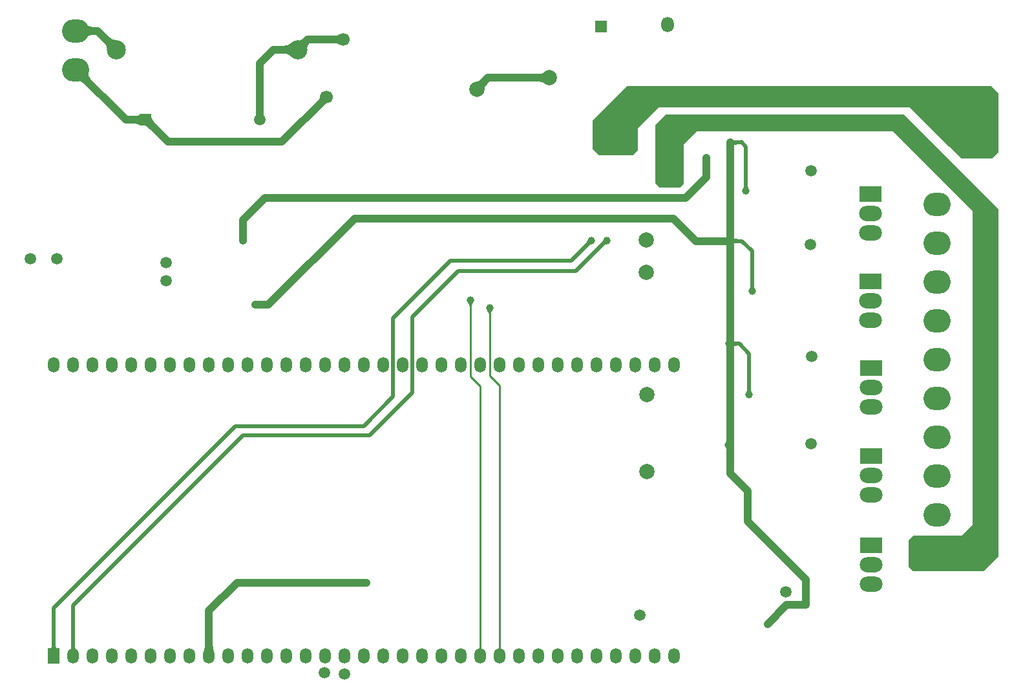
<source format=gbl>
G04 Layer_Physical_Order=2*
G04 Layer_Color=16711680*
%FSLAX44Y44*%
%MOMM*%
G71*
G01*
G75*
%ADD32C,0.5000*%
%ADD33C,1.0000*%
%ADD34C,0.2540*%
%ADD35C,1.5000*%
%ADD36C,2.0000*%
%ADD37R,1.5000X2.0000*%
%ADD38O,1.5000X2.0000*%
%ADD39C,1.7000*%
%ADD40C,2.5000*%
%ADD41O,3.5560X3.0480*%
%ADD42O,1.6510X2.0320*%
%ADD43O,3.0000X2.0000*%
%ADD44R,3.0000X2.0000*%
%ADD45R,1.5000X1.5000*%
%ADD46C,1.5000*%
%ADD47R,1.5000X1.5000*%
%ADD48C,1.0000*%
G36*
X-55490Y449792D02*
X-55410Y448825D01*
X-55340Y448395D01*
X-55250Y448001D01*
X-55140Y447643D01*
X-55010Y447321D01*
X-54860Y447035D01*
X-54690Y446785D01*
X-54500Y446571D01*
X-61500D01*
X-61310Y446785D01*
X-61140Y447035D01*
X-60990Y447321D01*
X-60860Y447643D01*
X-60750Y448001D01*
X-60660Y448395D01*
X-60590Y448825D01*
X-60540Y449290D01*
X-60500Y450330D01*
X-55500D01*
X-55490Y449792D01*
D02*
G37*
G36*
X-368924Y485993D02*
X-369303Y485559D01*
X-369637Y485127D01*
X-369927Y484698D01*
X-370173Y484270D01*
X-370373Y483845D01*
X-370529Y483421D01*
X-370641Y483000D01*
X-370708Y482581D01*
X-370730Y482164D01*
X-373270D01*
X-373292Y482581D01*
X-373359Y483000D01*
X-373471Y483421D01*
X-373627Y483845D01*
X-373828Y484270D01*
X-374073Y484698D01*
X-374363Y485127D01*
X-374697Y485559D01*
X-375076Y485993D01*
X-375500Y486429D01*
X-368500D01*
X-368924Y485993D01*
D02*
G37*
G36*
X-55285Y438801D02*
X-55516Y438624D01*
X-55722Y438407D01*
X-55905Y438150D01*
X-56062Y437853D01*
X-56196Y437516D01*
X-56306Y437139D01*
X-56391Y436721D01*
X-56451Y436264D01*
X-56488Y435767D01*
X-56500Y435230D01*
X-61500Y436429D01*
X-61506Y436974D01*
X-61603Y438386D01*
X-61661Y438782D01*
X-61815Y439462D01*
X-61912Y439746D01*
X-62021Y439992D01*
X-62143Y440201D01*
X-55285Y438801D01*
D02*
G37*
G36*
X-53421Y446586D02*
X-52932Y446358D01*
X-52331Y446157D01*
X-51619Y445983D01*
X-50795Y445835D01*
X-48812Y445621D01*
X-46382Y445513D01*
X-45000Y445500D01*
Y440500D01*
X-46382Y440487D01*
X-50795Y440165D01*
X-51619Y440017D01*
X-52331Y439843D01*
X-52932Y439642D01*
X-53421Y439414D01*
X-53798Y439160D01*
Y439948D01*
X-53965Y439860D01*
X-54215Y439690D01*
X-54429Y439500D01*
Y446500D01*
X-54215Y446310D01*
X-53965Y446140D01*
X-53798Y446052D01*
Y446841D01*
X-53421Y446586D01*
D02*
G37*
G36*
X-54375Y573417D02*
X-54588Y573218D01*
X-54780Y572982D01*
X-54949Y572707D01*
X-55095Y572396D01*
X-55219Y572047D01*
X-55320Y571660D01*
X-55399Y571236D01*
X-55455Y570774D01*
X-55489Y570274D01*
X-55500Y569737D01*
X-60500Y570320D01*
X-60508Y570860D01*
X-60576Y571834D01*
X-60634Y572267D01*
X-60710Y572665D01*
X-60802Y573027D01*
X-60911Y573353D01*
X-61037Y573643D01*
X-61180Y573898D01*
X-61340Y574117D01*
X-54375Y573417D01*
D02*
G37*
G36*
X-239050Y573000D02*
X-239336Y572983D01*
X-239633Y572927D01*
X-239941Y572831D01*
X-240261Y572695D01*
X-240591Y572519D01*
X-240934Y572304D01*
X-241287Y572050D01*
X-241652Y571756D01*
X-242415Y571049D01*
X-245951Y574585D01*
X-245578Y574972D01*
X-244950Y575713D01*
X-244695Y576066D01*
X-244481Y576409D01*
X-244305Y576739D01*
X-244170Y577059D01*
X-244073Y577367D01*
X-244017Y577664D01*
X-244000Y577950D01*
X-239050Y573000D01*
D02*
G37*
G36*
X-393924Y495993D02*
X-394303Y495559D01*
X-394637Y495127D01*
X-394927Y494698D01*
X-395173Y494270D01*
X-395373Y493845D01*
X-395529Y493421D01*
X-395641Y493000D01*
X-395708Y492581D01*
X-395730Y492164D01*
X-398270D01*
X-398292Y492581D01*
X-398359Y493000D01*
X-398471Y493421D01*
X-398627Y493845D01*
X-398828Y494270D01*
X-399073Y494698D01*
X-399363Y495127D01*
X-399697Y495559D01*
X-400076Y495993D01*
X-400500Y496429D01*
X-393500D01*
X-393924Y495993D01*
D02*
G37*
G36*
X-25490Y518792D02*
X-25410Y517825D01*
X-25340Y517395D01*
X-25250Y517001D01*
X-25140Y516643D01*
X-25010Y516321D01*
X-24860Y516035D01*
X-24690Y515785D01*
X-24500Y515571D01*
X-31500D01*
X-31310Y515785D01*
X-31140Y516035D01*
X-30990Y516321D01*
X-30860Y516643D01*
X-30750Y517001D01*
X-30660Y517395D01*
X-30590Y517825D01*
X-30540Y518290D01*
X-30500Y519330D01*
X-25500D01*
X-25490Y518792D01*
D02*
G37*
G36*
X-382917Y45867D02*
X-382879Y45371D01*
X-382817Y44934D01*
X-382728Y44555D01*
X-382615Y44235D01*
X-382476Y43972D01*
X-382312Y43768D01*
X-382123Y43623D01*
X-381908Y43535D01*
X-381669Y43506D01*
X-386731D01*
X-386492Y43535D01*
X-386277Y43623D01*
X-386088Y43768D01*
X-385924Y43972D01*
X-385785Y44235D01*
X-385672Y44555D01*
X-385583Y44934D01*
X-385520Y45371D01*
X-385483Y45867D01*
X-385470Y46421D01*
X-382930D01*
X-382917Y45867D01*
D02*
G37*
G36*
X-357517D02*
X-357480Y45371D01*
X-357416Y44934D01*
X-357328Y44555D01*
X-357215Y44235D01*
X-357076Y43972D01*
X-356912Y43768D01*
X-356723Y43623D01*
X-356508Y43535D01*
X-356269Y43506D01*
X-361331D01*
X-361091Y43535D01*
X-360877Y43623D01*
X-360688Y43768D01*
X-360524Y43972D01*
X-360385Y44235D01*
X-360272Y44555D01*
X-360183Y44934D01*
X-360120Y45371D01*
X-360083Y45867D01*
X-360070Y46421D01*
X-357530D01*
X-357517Y45867D01*
D02*
G37*
G36*
X-734781Y50300D02*
X-734316Y44354D01*
X-734104Y43139D01*
X-733562Y41038D01*
X-733233Y40151D01*
X-732866Y39372D01*
X-746734D01*
X-746367Y40151D01*
X-746038Y41038D01*
X-745748Y42034D01*
X-745496Y43139D01*
X-745109Y45677D01*
X-744974Y47109D01*
X-744800Y52059D01*
X-734800D01*
X-734781Y50300D01*
D02*
G37*
G36*
X-915075Y47310D02*
X-914877Y45226D01*
X-914703Y44380D01*
X-914480Y43664D01*
X-914207Y43078D01*
X-913885Y42622D01*
X-913512Y42296D01*
X-913091Y42101D01*
X-912619Y42036D01*
X-922581D01*
X-922109Y42101D01*
X-921688Y42296D01*
X-921316Y42622D01*
X-920993Y43078D01*
X-920720Y43664D01*
X-920497Y44380D01*
X-920323Y45226D01*
X-920199Y46203D01*
X-920125Y47310D01*
X-920100Y48547D01*
X-915100D01*
X-915075Y47310D01*
D02*
G37*
G36*
X-56490Y316792D02*
X-56410Y315825D01*
X-56340Y315395D01*
X-56250Y315001D01*
X-56140Y314643D01*
X-56010Y314321D01*
X-55860Y314035D01*
X-55690Y313785D01*
X-55500Y313571D01*
X-62500D01*
X-62310Y313785D01*
X-62140Y314035D01*
X-61990Y314321D01*
X-61860Y314643D01*
X-61750Y315001D01*
X-61660Y315395D01*
X-61590Y315825D01*
X-61540Y316290D01*
X-61500Y317330D01*
X-56500D01*
X-56490Y316792D01*
D02*
G37*
G36*
X-29490Y382792D02*
X-29410Y381824D01*
X-29340Y381395D01*
X-29250Y381001D01*
X-29140Y380643D01*
X-29010Y380321D01*
X-28860Y380035D01*
X-28690Y379785D01*
X-28500Y379571D01*
X-35500D01*
X-35310Y379785D01*
X-35140Y380035D01*
X-34990Y380321D01*
X-34860Y380643D01*
X-34750Y381001D01*
X-34660Y381395D01*
X-34590Y381824D01*
X-34540Y382290D01*
X-34500Y383330D01*
X-29500D01*
X-29490Y382792D01*
D02*
G37*
G36*
X-940475Y48014D02*
X-940400Y47159D01*
X-940275Y46404D01*
X-940100Y45750D01*
X-939875Y45197D01*
X-939600Y44744D01*
X-939275Y44392D01*
X-938900Y44140D01*
X-938475Y43989D01*
X-938000Y43939D01*
X-948000D01*
X-947525Y43989D01*
X-947100Y44140D01*
X-946725Y44392D01*
X-946400Y44744D01*
X-946125Y45197D01*
X-945900Y45750D01*
X-945725Y46404D01*
X-945600Y47159D01*
X-945525Y48014D01*
X-945500Y48969D01*
X-940500D01*
X-940475Y48014D01*
D02*
G37*
G36*
X224000Y690000D02*
X295000Y619000D01*
Y568000D01*
Y472000D01*
Y165000D01*
X275000Y145000D01*
X183000D01*
X178000Y150000D01*
X177000Y151000D01*
X177000Y186000D01*
X183000Y192000D01*
X207000Y192000D01*
X247000D01*
X260000Y205000D01*
X261000Y206000D01*
Y308000D01*
Y617000D01*
X223000Y655000D01*
X157000Y721000D01*
X-101000D01*
X-105000Y717000D01*
X-118000Y704000D01*
Y675000D01*
Y652000D01*
X-122000Y648000D01*
X-123000Y647000D01*
X-149000D01*
X-155000Y653000D01*
Y679000D01*
Y712000D01*
Y729000D01*
X-146000Y738000D01*
X-141000Y743000D01*
X171000D01*
X224000Y690000D01*
D02*
G37*
G36*
X-218757Y573058D02*
X-219048Y573079D01*
X-219350Y573058D01*
X-219663Y572992D01*
X-219987Y572883D01*
X-220322Y572730D01*
X-220667Y572534D01*
X-221022Y572294D01*
X-221389Y572010D01*
X-221766Y571682D01*
X-222154Y571311D01*
X-225102Y575434D01*
X-224724Y575823D01*
X-223808Y576900D01*
X-223575Y577230D01*
X-223379Y577545D01*
X-223219Y577845D01*
X-223095Y578131D01*
X-223008Y578401D01*
X-222957Y578658D01*
X-218757Y573058D01*
D02*
G37*
G36*
X-301141Y784000D02*
X-301569Y784380D01*
X-302069Y784720D01*
X-302642Y785020D01*
X-303285Y785280D01*
X-304001Y785500D01*
X-304789Y785680D01*
X-305649Y785820D01*
X-306581Y785920D01*
X-308660Y786000D01*
Y796000D01*
X-307585Y796020D01*
X-305649Y796180D01*
X-304789Y796320D01*
X-304001Y796500D01*
X-303285Y796720D01*
X-302642Y796980D01*
X-302069Y797280D01*
X-301569Y797620D01*
X-301141Y798000D01*
Y784000D01*
D02*
G37*
G36*
X-632177Y819250D02*
X-632939Y819962D01*
X-633754Y820600D01*
X-634623Y821162D01*
X-635546Y821650D01*
X-636522Y822063D01*
X-637552Y822400D01*
X-638635Y822663D01*
X-639772Y822850D01*
X-640962Y822962D01*
X-642206Y823000D01*
Y833000D01*
X-640962Y833037D01*
X-639772Y833150D01*
X-638635Y833337D01*
X-637552Y833600D01*
X-636522Y833938D01*
X-635546Y834350D01*
X-634623Y834837D01*
X-633754Y835400D01*
X-632939Y836038D01*
X-632177Y836750D01*
Y819250D01*
D02*
G37*
G36*
X-375098Y782831D02*
X-375845Y782056D01*
X-377100Y780574D01*
X-377609Y779867D01*
X-378039Y779183D01*
X-378390Y778521D01*
X-378661Y777882D01*
X-378853Y777265D01*
X-378966Y776671D01*
X-379001Y776100D01*
X-388900Y786000D01*
X-388329Y786033D01*
X-387735Y786147D01*
X-387118Y786339D01*
X-386479Y786610D01*
X-385817Y786961D01*
X-385133Y787391D01*
X-384426Y787900D01*
X-383696Y788488D01*
X-382169Y789902D01*
X-375098Y782831D01*
D02*
G37*
G36*
X-897310Y797691D02*
X-897728Y796910D01*
X-897883Y796007D01*
X-897774Y794983D01*
X-897403Y793837D01*
X-896770Y792569D01*
X-895873Y791179D01*
X-894714Y789667D01*
X-893292Y788033D01*
X-891607Y786278D01*
X-899544Y780073D01*
X-901349Y781808D01*
X-904646Y784541D01*
X-906137Y785539D01*
X-907523Y786292D01*
X-908805Y786799D01*
X-909982Y787061D01*
X-911055Y787078D01*
X-912022Y786849D01*
X-912886Y786374D01*
X-896630Y798350D01*
X-897310Y797691D01*
D02*
G37*
G36*
X-606614Y837564D02*
X-607525Y836626D01*
X-609029Y834892D01*
X-609623Y834097D01*
X-610111Y833350D01*
X-610494Y832651D01*
X-610771Y832001D01*
X-610943Y831398D01*
X-611009Y830843D01*
X-610970Y830337D01*
X-620913Y840280D01*
X-620407Y840240D01*
X-619852Y840307D01*
X-619249Y840479D01*
X-618599Y840756D01*
X-617900Y841139D01*
X-617153Y841627D01*
X-616358Y842221D01*
X-614624Y843725D01*
X-613685Y844635D01*
X-606614Y837564D01*
D02*
G37*
G36*
X-899893Y861434D02*
X-899504Y860587D01*
X-898856Y859840D01*
X-897950Y859193D01*
X-896784Y858645D01*
X-895359Y858197D01*
X-893675Y857848D01*
X-891732Y857599D01*
X-889530Y857450D01*
X-887068Y857400D01*
Y847400D01*
X-889530Y847350D01*
X-893675Y846952D01*
X-895359Y846603D01*
X-896784Y846155D01*
X-897950Y845607D01*
X-898856Y844960D01*
X-899504Y844213D01*
X-899893Y843366D01*
X-900022Y842420D01*
Y862380D01*
X-899893Y861434D01*
D02*
G37*
G36*
X-869713Y844087D02*
X-868791Y843324D01*
X-867855Y842653D01*
X-866903Y842073D01*
X-865936Y841583D01*
X-864954Y841185D01*
X-863957Y840877D01*
X-862945Y840660D01*
X-861918Y840534D01*
X-860875Y840499D01*
X-873249Y828125D01*
X-873284Y829168D01*
X-873410Y830195D01*
X-873627Y831207D01*
X-873935Y832204D01*
X-874333Y833186D01*
X-874823Y834153D01*
X-875403Y835105D01*
X-876074Y836041D01*
X-876837Y836963D01*
X-877690Y837869D01*
X-870619Y844940D01*
X-869713Y844087D01*
D02*
G37*
G36*
X-569910Y835150D02*
X-570137Y835331D01*
X-570444Y835492D01*
X-570833Y835635D01*
X-571302Y835758D01*
X-571852Y835863D01*
X-572482Y835948D01*
X-573987Y836062D01*
X-575814Y836100D01*
Y846100D01*
X-574860Y846109D01*
X-571852Y846338D01*
X-571302Y846442D01*
X-570833Y846565D01*
X-570444Y846708D01*
X-570137Y846870D01*
X-569910Y847050D01*
Y835150D01*
D02*
G37*
G36*
X295000Y770000D02*
Y702000D01*
Y694000D01*
X286000Y685000D01*
X246000D01*
X230000Y701000D01*
X179000Y752000D01*
X-151000D01*
X-177000Y726000D01*
X-178000Y725000D01*
Y697000D01*
Y696000D01*
X-184000Y690000D01*
X-229000D01*
X-237000Y698000D01*
Y724000D01*
Y735000D01*
X-230000Y742000D01*
X-192000Y780000D01*
X285000D01*
X295000Y770000D01*
D02*
G37*
G36*
X-53210Y709944D02*
X-52726Y709758D01*
X-52071Y709594D01*
X-51244Y709453D01*
X-49074Y709234D01*
X-46216Y709104D01*
X-42670Y709060D01*
Y704060D01*
X-44529Y704049D01*
X-52071Y703525D01*
X-52726Y703362D01*
X-53210Y703176D01*
X-53521Y702969D01*
Y710151D01*
X-53210Y709944D01*
D02*
G37*
G36*
X-53172Y580661D02*
X-52702Y580484D01*
X-52059Y580328D01*
X-51240Y580194D01*
X-49081Y579986D01*
X-44534Y579830D01*
X-42670Y579820D01*
Y574820D01*
X-44534Y574810D01*
X-52059Y574311D01*
X-52702Y574156D01*
X-53172Y573979D01*
X-53467Y573782D01*
Y574179D01*
X-53715Y574010D01*
X-53929Y573820D01*
Y580820D01*
X-53715Y580630D01*
X-53467Y580461D01*
Y580858D01*
X-53172Y580661D01*
D02*
G37*
G36*
X-33490Y649792D02*
X-33410Y648824D01*
X-33340Y648395D01*
X-33250Y648001D01*
X-33140Y647643D01*
X-33010Y647321D01*
X-32860Y647035D01*
X-32690Y646785D01*
X-32500Y646571D01*
X-39500D01*
X-39310Y646785D01*
X-39140Y647035D01*
X-38990Y647321D01*
X-38860Y647643D01*
X-38750Y648001D01*
X-38660Y648395D01*
X-38590Y648824D01*
X-38540Y649290D01*
X-38500Y650330D01*
X-33500D01*
X-33490Y649792D01*
D02*
G37*
G36*
X-667750Y741356D02*
X-678250D01*
X-678203Y741448D01*
X-678160Y741624D01*
X-678122Y741885D01*
X-678063Y742662D01*
X-678002Y745235D01*
X-678000Y746090D01*
X-668000D01*
X-667750Y741356D01*
D02*
G37*
G36*
X-585260Y757620D02*
X-585509Y757570D01*
X-585807Y757451D01*
X-586153Y757262D01*
X-586547Y757005D01*
X-586989Y756678D01*
X-588017Y755817D01*
X-589239Y754680D01*
X-589922Y754007D01*
X-597682Y760389D01*
X-597017Y761070D01*
X-595460Y762865D01*
X-595086Y763382D01*
X-594785Y763857D01*
X-594556Y764292D01*
X-594401Y764686D01*
X-594317Y765039D01*
X-594307Y765351D01*
X-585260Y757620D01*
D02*
G37*
G36*
X-815460Y742094D02*
X-815248Y740714D01*
X-814894Y739330D01*
X-814399Y737943D01*
X-813763Y736551D01*
X-812985Y735155D01*
X-812066Y733755D01*
X-811005Y732351D01*
X-809803Y730943D01*
X-808459Y729530D01*
X-814530Y721459D01*
X-816624Y723482D01*
X-820358Y726653D01*
X-821998Y727801D01*
X-823488Y728657D01*
X-824827Y729221D01*
X-826014Y729493D01*
X-827051Y729474D01*
X-827937Y729164D01*
X-828673Y728561D01*
X-815530Y743469D01*
X-815460Y742094D01*
D02*
G37*
G36*
X-830470Y728531D02*
X-830570Y729000D01*
X-830870Y729419D01*
X-831369Y729790D01*
X-832069Y730111D01*
X-832970Y730383D01*
X-834070Y730605D01*
X-835369Y730778D01*
X-838569Y730975D01*
X-840470Y731000D01*
Y741000D01*
X-838569Y741025D01*
X-834070Y741395D01*
X-832970Y741617D01*
X-832069Y741889D01*
X-831369Y742210D01*
X-830870Y742580D01*
X-830570Y743000D01*
X-830470Y743469D01*
Y728531D01*
D02*
G37*
D32*
X-57000Y577320D02*
X-41320D01*
X-57000Y443000D02*
X-45000D01*
X-219000Y578000D02*
X-218000D01*
X-259000Y538000D02*
X-219000Y578000D01*
X-413000Y538000D02*
X-259000D01*
X-239000Y578000D02*
Y578000D01*
X-265000Y552000D02*
X-239000Y578000D01*
X-423000Y552000D02*
X-265000D01*
X-917600Y34000D02*
Y100400D01*
X-943000Y34000D02*
Y97000D01*
X-705000Y335000D01*
X-537000D01*
X-498340Y373660D01*
Y476660D01*
X-423000Y552000D01*
X-473260Y477740D02*
X-413000Y538000D01*
X-917600Y100400D02*
X-695000Y323000D01*
X-59000Y310000D02*
Y442000D01*
X-58000Y443000D01*
X-32000Y376000D02*
Y430000D01*
X-45000Y443000D02*
X-32000Y430000D01*
X-58000Y443000D02*
Y576820D01*
X-28000Y512000D02*
Y564000D01*
X-41320Y577320D02*
X-28000Y564000D01*
X-36000Y643000D02*
Y701000D01*
X-42000Y707000D02*
X-36000Y701000D01*
X-42440Y706560D02*
X-42000Y707000D01*
X-57000Y706560D02*
X-42440D01*
X-695000Y323000D02*
X-529000D01*
X-473260Y378740D01*
Y477740D01*
D33*
X243000Y718000D02*
X244000Y719000D01*
X246000Y700000D02*
Y717000D01*
Y717000D01*
X244000Y719000D02*
X246000Y717000D01*
X193000Y768000D02*
X243000Y718000D01*
X-34000Y210000D02*
X42000Y134000D01*
Y101000D02*
Y134000D01*
X-8000Y76000D02*
X17000Y101000D01*
X42000D01*
X-34000Y210000D02*
Y250000D01*
X-57000Y273000D02*
X-34000Y250000D01*
X-88000Y661000D02*
Y686000D01*
X-115000Y634000D02*
X-88000Y661000D01*
X-666000Y634000D02*
X-115000D01*
X-695000Y605000D02*
X-666000Y634000D01*
X277000Y202000D02*
Y622000D01*
X243200Y168200D02*
X277000Y202000D01*
X214000Y168200D02*
X243200D01*
X167000Y732000D02*
X277000Y622000D01*
X-114000Y732000D02*
X167000D01*
X-793000Y707000D02*
X-644000D01*
X-822000Y736000D02*
X-793000Y707000D01*
X-823000Y736000D02*
X-822000D01*
X-695000Y578000D02*
Y605000D01*
X-549000Y607000D02*
X-131000D01*
X-662000Y494000D02*
X-549000Y607000D01*
X-679000Y494000D02*
X-662000D01*
X-131000Y607000D02*
X-101320Y577320D01*
X-914000Y852400D02*
X-885150D01*
X-860750Y828000D01*
X-914000Y801600D02*
X-848400Y736000D01*
X-823000D01*
X-610150Y841100D02*
X-563840D01*
X-623250Y828000D02*
X-610150Y841100D01*
X-673000Y736000D02*
Y810000D01*
X-655000Y828000D01*
X-623250D01*
X-389000Y776000D02*
X-374000Y791000D01*
X-325000D01*
X-294000D01*
X-139000Y661000D02*
Y707000D01*
X-114000Y732000D01*
X-226000Y708000D02*
X-166000Y768000D01*
X193000D01*
X-101320Y577320D02*
X-57500D01*
X-644000Y707000D02*
X-585840Y765160D01*
Y766100D01*
X-627000Y130000D02*
X-533000D01*
X-739800Y34000D02*
Y93200D01*
X-703000Y130000D01*
X-627000D01*
X-57000Y273000D02*
Y443000D01*
Y577320D01*
Y706560D01*
D34*
X-397000Y400000D02*
Y500000D01*
Y400000D02*
X-384200Y387200D01*
Y34000D02*
Y387200D01*
X-372000Y401000D02*
Y490000D01*
Y401000D02*
X-358800Y387800D01*
Y34000D02*
Y387800D01*
D35*
X-175000Y88000D02*
D03*
X-939000Y554000D02*
D03*
X-974000D02*
D03*
X-796000Y525000D02*
D03*
Y549000D02*
D03*
X-562000Y11000D02*
D03*
X-588000Y12000D02*
D03*
X16000Y118000D02*
D03*
X49000Y312000D02*
D03*
X50000Y426000D02*
D03*
X48000Y573000D02*
D03*
X49000Y669000D02*
D03*
D36*
X-166000Y276000D02*
D03*
Y376000D02*
D03*
X-167000Y536000D02*
D03*
Y579000D02*
D03*
X-389000Y776000D02*
D03*
X-294000Y791000D02*
D03*
X262000Y707000D02*
D03*
D37*
X-943000Y34000D02*
D03*
D38*
X-917600D02*
D03*
X-892200D02*
D03*
X-866800D02*
D03*
X-841400D02*
D03*
X-816000D02*
D03*
X-790600D02*
D03*
X-765200D02*
D03*
X-739800D02*
D03*
X-714400D02*
D03*
X-689000D02*
D03*
X-663600D02*
D03*
X-638200D02*
D03*
X-612800D02*
D03*
X-587400D02*
D03*
X-562000D02*
D03*
X-536600D02*
D03*
X-511200D02*
D03*
X-485800D02*
D03*
X-460400D02*
D03*
X-435000D02*
D03*
X-409600D02*
D03*
X-384200D02*
D03*
X-358800D02*
D03*
X-333400D02*
D03*
X-308000D02*
D03*
X-282600D02*
D03*
X-257200D02*
D03*
X-231800D02*
D03*
X-206400D02*
D03*
X-181000D02*
D03*
X-155600D02*
D03*
X-130200D02*
D03*
Y415000D02*
D03*
X-155600D02*
D03*
X-181000D02*
D03*
X-206400D02*
D03*
X-231800D02*
D03*
X-257200D02*
D03*
X-282600D02*
D03*
X-308000D02*
D03*
X-333400D02*
D03*
X-358800D02*
D03*
X-384200D02*
D03*
X-409600D02*
D03*
X-435000D02*
D03*
X-460400D02*
D03*
X-485800D02*
D03*
X-511200D02*
D03*
X-536600D02*
D03*
X-562000D02*
D03*
X-587400D02*
D03*
X-612800D02*
D03*
X-638200D02*
D03*
X-663600D02*
D03*
X-689000D02*
D03*
X-714400D02*
D03*
X-739800D02*
D03*
X-765200D02*
D03*
X-790600D02*
D03*
X-816000D02*
D03*
X-841400D02*
D03*
X-866800D02*
D03*
X-892200D02*
D03*
X-917600D02*
D03*
X-943000D02*
D03*
D39*
X-563840Y841100D02*
D03*
X-585840Y766100D02*
D03*
D40*
X-860750Y828000D02*
D03*
X-623250D02*
D03*
D41*
X-914000Y852400D02*
D03*
Y801600D02*
D03*
X214000Y422200D02*
D03*
Y371400D02*
D03*
Y168200D02*
D03*
Y320600D02*
D03*
Y269800D02*
D03*
Y219000D02*
D03*
Y473000D02*
D03*
Y625400D02*
D03*
Y574600D02*
D03*
Y523800D02*
D03*
D42*
X-139000Y661000D02*
D03*
Y861000D02*
D03*
D43*
X127000Y588000D02*
D03*
Y613400D02*
D03*
X128000Y360000D02*
D03*
Y385400D02*
D03*
X128000Y128600D02*
D03*
Y154000D02*
D03*
X127000Y474000D02*
D03*
Y499400D02*
D03*
X128000Y245200D02*
D03*
Y270600D02*
D03*
D44*
X127000Y638800D02*
D03*
X128000Y410800D02*
D03*
X128000Y179400D02*
D03*
X127000Y524800D02*
D03*
X128000Y296000D02*
D03*
D45*
X-823000Y736000D02*
D03*
D46*
X-673000D02*
D03*
X-226000Y708000D02*
D03*
D47*
Y858000D02*
D03*
D48*
X246000Y700000D02*
D03*
Y717000D02*
D03*
X277000Y699000D02*
D03*
Y717000D02*
D03*
X-325000Y791000D02*
D03*
X-372000Y490000D02*
D03*
X-397000Y500000D02*
D03*
X-36000Y643000D02*
D03*
X-57000Y706560D02*
D03*
X-57500Y577320D02*
D03*
X-695000Y578000D02*
D03*
X-28000Y512000D02*
D03*
X-58000Y443000D02*
D03*
X-59000Y310000D02*
D03*
X-32000Y376000D02*
D03*
X-34000Y250000D02*
D03*
X-679000Y494000D02*
D03*
X42000Y101000D02*
D03*
X-8000Y76000D02*
D03*
X-88000Y686000D02*
D03*
X-239000Y578000D02*
D03*
X-218000D02*
D03*
X-533000Y130000D02*
D03*
X-627000D02*
D03*
M02*

</source>
